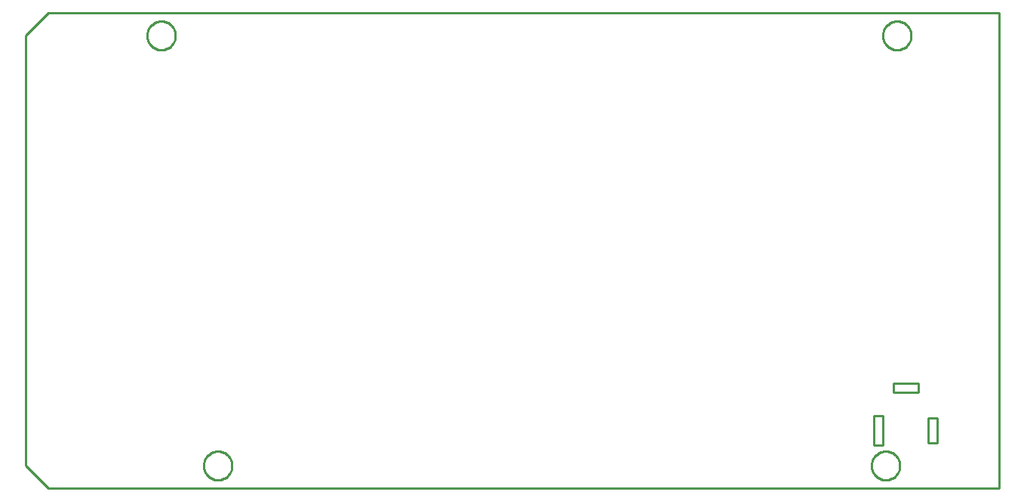
<source format=gbr>
G04 EAGLE Gerber RS-274X export*
G75*
%MOMM*%
%FSLAX34Y34*%
%LPD*%
%AMOC8*
5,1,8,0,0,1.08239X$1,22.5*%
G01*
%ADD10C,0.254000*%


D10*
X0Y25400D02*
X25400Y0D01*
X1092200Y0D01*
X1092200Y533400D01*
X25327Y533400D01*
X0Y508000D01*
X0Y25400D01*
X1012888Y50109D02*
X1022888Y50109D01*
X1022888Y78109D01*
X1012888Y78109D01*
X1012888Y50109D01*
X951888Y47609D02*
X961888Y47609D01*
X961888Y80609D01*
X951888Y80609D01*
X951888Y47609D01*
X973888Y107109D02*
X1001888Y107109D01*
X1001888Y117109D01*
X973888Y117109D01*
X973888Y107109D01*
X168200Y507076D02*
X168132Y506031D01*
X167995Y504992D01*
X167790Y503965D01*
X167519Y502953D01*
X167183Y501961D01*
X166782Y500993D01*
X166318Y500054D01*
X165795Y499146D01*
X165213Y498275D01*
X164575Y497444D01*
X163884Y496657D01*
X163143Y495916D01*
X162356Y495225D01*
X161525Y494588D01*
X160654Y494006D01*
X159746Y493482D01*
X158807Y493018D01*
X157839Y492617D01*
X156847Y492281D01*
X155835Y492010D01*
X154808Y491805D01*
X153769Y491669D01*
X152724Y491600D01*
X151676Y491600D01*
X150631Y491669D01*
X149592Y491805D01*
X148565Y492010D01*
X147553Y492281D01*
X146561Y492617D01*
X145593Y493018D01*
X144654Y493482D01*
X143746Y494006D01*
X142875Y494588D01*
X142044Y495225D01*
X141257Y495916D01*
X140516Y496657D01*
X139825Y497444D01*
X139188Y498275D01*
X138606Y499146D01*
X138082Y500054D01*
X137618Y500993D01*
X137217Y501961D01*
X136881Y502953D01*
X136610Y503965D01*
X136405Y504992D01*
X136269Y506031D01*
X136200Y507076D01*
X136200Y508124D01*
X136269Y509169D01*
X136405Y510208D01*
X136610Y511235D01*
X136881Y512247D01*
X137217Y513239D01*
X137618Y514207D01*
X138082Y515146D01*
X138606Y516054D01*
X139188Y516925D01*
X139825Y517756D01*
X140516Y518543D01*
X141257Y519284D01*
X142044Y519975D01*
X142875Y520613D01*
X143746Y521195D01*
X144654Y521718D01*
X145593Y522182D01*
X146561Y522583D01*
X147553Y522919D01*
X148565Y523190D01*
X149592Y523395D01*
X150631Y523532D01*
X151676Y523600D01*
X152724Y523600D01*
X153769Y523532D01*
X154808Y523395D01*
X155835Y523190D01*
X156847Y522919D01*
X157839Y522583D01*
X158807Y522182D01*
X159746Y521718D01*
X160654Y521195D01*
X161525Y520613D01*
X162356Y519975D01*
X163143Y519284D01*
X163884Y518543D01*
X164575Y517756D01*
X165213Y516925D01*
X165795Y516054D01*
X166318Y515146D01*
X166782Y514207D01*
X167183Y513239D01*
X167519Y512247D01*
X167790Y511235D01*
X167995Y510208D01*
X168132Y509169D01*
X168200Y508124D01*
X168200Y507076D01*
X981000Y24476D02*
X980932Y23431D01*
X980795Y22392D01*
X980590Y21365D01*
X980319Y20353D01*
X979983Y19361D01*
X979582Y18393D01*
X979118Y17454D01*
X978595Y16546D01*
X978013Y15675D01*
X977375Y14844D01*
X976684Y14057D01*
X975943Y13316D01*
X975156Y12625D01*
X974325Y11988D01*
X973454Y11406D01*
X972546Y10882D01*
X971607Y10418D01*
X970639Y10017D01*
X969647Y9681D01*
X968635Y9410D01*
X967608Y9205D01*
X966569Y9069D01*
X965524Y9000D01*
X964476Y9000D01*
X963431Y9069D01*
X962392Y9205D01*
X961365Y9410D01*
X960353Y9681D01*
X959361Y10017D01*
X958393Y10418D01*
X957454Y10882D01*
X956546Y11406D01*
X955675Y11988D01*
X954844Y12625D01*
X954057Y13316D01*
X953316Y14057D01*
X952625Y14844D01*
X951988Y15675D01*
X951406Y16546D01*
X950882Y17454D01*
X950418Y18393D01*
X950017Y19361D01*
X949681Y20353D01*
X949410Y21365D01*
X949205Y22392D01*
X949069Y23431D01*
X949000Y24476D01*
X949000Y25524D01*
X949069Y26569D01*
X949205Y27608D01*
X949410Y28635D01*
X949681Y29647D01*
X950017Y30639D01*
X950418Y31607D01*
X950882Y32546D01*
X951406Y33454D01*
X951988Y34325D01*
X952625Y35156D01*
X953316Y35943D01*
X954057Y36684D01*
X954844Y37375D01*
X955675Y38013D01*
X956546Y38595D01*
X957454Y39118D01*
X958393Y39582D01*
X959361Y39983D01*
X960353Y40319D01*
X961365Y40590D01*
X962392Y40795D01*
X963431Y40932D01*
X964476Y41000D01*
X965524Y41000D01*
X966569Y40932D01*
X967608Y40795D01*
X968635Y40590D01*
X969647Y40319D01*
X970639Y39983D01*
X971607Y39582D01*
X972546Y39118D01*
X973454Y38595D01*
X974325Y38013D01*
X975156Y37375D01*
X975943Y36684D01*
X976684Y35943D01*
X977375Y35156D01*
X978013Y34325D01*
X978595Y33454D01*
X979118Y32546D01*
X979582Y31607D01*
X979983Y30639D01*
X980319Y29647D01*
X980590Y28635D01*
X980795Y27608D01*
X980932Y26569D01*
X981000Y25524D01*
X981000Y24476D01*
X231700Y24476D02*
X231632Y23431D01*
X231495Y22392D01*
X231290Y21365D01*
X231019Y20353D01*
X230683Y19361D01*
X230282Y18393D01*
X229818Y17454D01*
X229295Y16546D01*
X228713Y15675D01*
X228075Y14844D01*
X227384Y14057D01*
X226643Y13316D01*
X225856Y12625D01*
X225025Y11988D01*
X224154Y11406D01*
X223246Y10882D01*
X222307Y10418D01*
X221339Y10017D01*
X220347Y9681D01*
X219335Y9410D01*
X218308Y9205D01*
X217269Y9069D01*
X216224Y9000D01*
X215176Y9000D01*
X214131Y9069D01*
X213092Y9205D01*
X212065Y9410D01*
X211053Y9681D01*
X210061Y10017D01*
X209093Y10418D01*
X208154Y10882D01*
X207246Y11406D01*
X206375Y11988D01*
X205544Y12625D01*
X204757Y13316D01*
X204016Y14057D01*
X203325Y14844D01*
X202688Y15675D01*
X202106Y16546D01*
X201582Y17454D01*
X201118Y18393D01*
X200717Y19361D01*
X200381Y20353D01*
X200110Y21365D01*
X199905Y22392D01*
X199769Y23431D01*
X199700Y24476D01*
X199700Y25524D01*
X199769Y26569D01*
X199905Y27608D01*
X200110Y28635D01*
X200381Y29647D01*
X200717Y30639D01*
X201118Y31607D01*
X201582Y32546D01*
X202106Y33454D01*
X202688Y34325D01*
X203325Y35156D01*
X204016Y35943D01*
X204757Y36684D01*
X205544Y37375D01*
X206375Y38013D01*
X207246Y38595D01*
X208154Y39118D01*
X209093Y39582D01*
X210061Y39983D01*
X211053Y40319D01*
X212065Y40590D01*
X213092Y40795D01*
X214131Y40932D01*
X215176Y41000D01*
X216224Y41000D01*
X217269Y40932D01*
X218308Y40795D01*
X219335Y40590D01*
X220347Y40319D01*
X221339Y39983D01*
X222307Y39582D01*
X223246Y39118D01*
X224154Y38595D01*
X225025Y38013D01*
X225856Y37375D01*
X226643Y36684D01*
X227384Y35943D01*
X228075Y35156D01*
X228713Y34325D01*
X229295Y33454D01*
X229818Y32546D01*
X230282Y31607D01*
X230683Y30639D01*
X231019Y29647D01*
X231290Y28635D01*
X231495Y27608D01*
X231632Y26569D01*
X231700Y25524D01*
X231700Y24476D01*
X993700Y507076D02*
X993632Y506031D01*
X993495Y504992D01*
X993290Y503965D01*
X993019Y502953D01*
X992683Y501961D01*
X992282Y500993D01*
X991818Y500054D01*
X991295Y499146D01*
X990713Y498275D01*
X990075Y497444D01*
X989384Y496657D01*
X988643Y495916D01*
X987856Y495225D01*
X987025Y494588D01*
X986154Y494006D01*
X985246Y493482D01*
X984307Y493018D01*
X983339Y492617D01*
X982347Y492281D01*
X981335Y492010D01*
X980308Y491805D01*
X979269Y491669D01*
X978224Y491600D01*
X977176Y491600D01*
X976131Y491669D01*
X975092Y491805D01*
X974065Y492010D01*
X973053Y492281D01*
X972061Y492617D01*
X971093Y493018D01*
X970154Y493482D01*
X969246Y494006D01*
X968375Y494588D01*
X967544Y495225D01*
X966757Y495916D01*
X966016Y496657D01*
X965325Y497444D01*
X964688Y498275D01*
X964106Y499146D01*
X963582Y500054D01*
X963118Y500993D01*
X962717Y501961D01*
X962381Y502953D01*
X962110Y503965D01*
X961905Y504992D01*
X961769Y506031D01*
X961700Y507076D01*
X961700Y508124D01*
X961769Y509169D01*
X961905Y510208D01*
X962110Y511235D01*
X962381Y512247D01*
X962717Y513239D01*
X963118Y514207D01*
X963582Y515146D01*
X964106Y516054D01*
X964688Y516925D01*
X965325Y517756D01*
X966016Y518543D01*
X966757Y519284D01*
X967544Y519975D01*
X968375Y520613D01*
X969246Y521195D01*
X970154Y521718D01*
X971093Y522182D01*
X972061Y522583D01*
X973053Y522919D01*
X974065Y523190D01*
X975092Y523395D01*
X976131Y523532D01*
X977176Y523600D01*
X978224Y523600D01*
X979269Y523532D01*
X980308Y523395D01*
X981335Y523190D01*
X982347Y522919D01*
X983339Y522583D01*
X984307Y522182D01*
X985246Y521718D01*
X986154Y521195D01*
X987025Y520613D01*
X987856Y519975D01*
X988643Y519284D01*
X989384Y518543D01*
X990075Y517756D01*
X990713Y516925D01*
X991295Y516054D01*
X991818Y515146D01*
X992282Y514207D01*
X992683Y513239D01*
X993019Y512247D01*
X993290Y511235D01*
X993495Y510208D01*
X993632Y509169D01*
X993700Y508124D01*
X993700Y507076D01*
M02*

</source>
